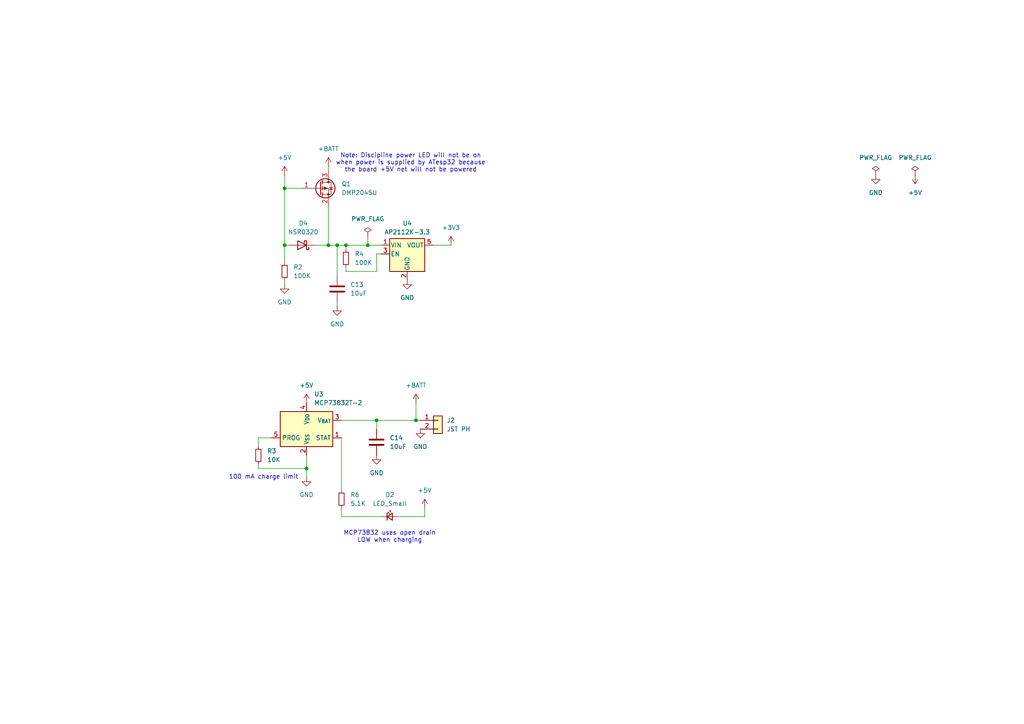
<source format=kicad_sch>
(kicad_sch (version 20231120) (generator "eeschema") (generator_version "8.0")
  (paper "A4")
  (lib_symbols
    (symbol "Battery_Management:MCP73831-2-OT"
      (property "Reference" "U" (at -7.62 6.35 0))
      (property "Value" "MCP73831-2-OT" (at 1.27 6.35 0))
      (symbol "MCP73831-2-OT_0_1"
        (rectangle (start -7.62 5.08) (end 7.62 -5.08) (stroke (width 0.254)) (fill (type background)))
      )
      (symbol "MCP73831-2-OT_1_1"
        (pin tri_state line (at 10.16 -2.54 180) (length 2.54) (name "STAT") (number "1"))
        (pin power_in line (at 0 -7.62 90) (length 2.54) (name "V_{SS}") (number "2"))
        (pin power_out line (at 10.16 2.54 180) (length 2.54) (name "V_{BAT}") (number "3"))
        (pin power_in line (at 0 7.62 270) (length 2.54) (name "V_{DD}") (number "4"))
        (pin input line (at -10.16 -2.54 0) (length 2.54) (name "PROG") (number "5"))
      )
    )
    (symbol "Connector_Generic:Conn_01x02" (pin_names (offset 1.016) hide)
      (property "Reference" "J" (at 0 2.54 0))
      (property "Value" "Conn_01x02" (at 0 -5.08 0))
      (symbol "Conn_01x02_1_1"
        (rectangle (start -1.27 -2.413) (end 0 -2.667) (stroke (width 0.1524)))
        (rectangle (start -1.27 0.127) (end 0 -0.127) (stroke (width 0.1524)))
        (rectangle (start -1.27 1.27) (end 1.27 -3.81) (stroke (width 0.254)) (fill (type background)))
        (pin passive line (at -5.08 0 0) (length 3.81) (name "Pin_1") (number "1"))
        (pin passive line (at -5.08 -2.54 0) (length 3.81) (name "Pin_2") (number "2"))
      )
    )
    (symbol "Device:C" (pin_numbers hide) (pin_names (offset 0.254))
      (property "Reference" "C" (at 0.635 2.54 0))
      (property "Value" "C" (at 0.635 -2.54 0))
      (symbol "C_0_1"
        (polyline (pts (xy -2.032 -0.762) (xy 2.032 -0.762)) (stroke (width 0.508)))
        (polyline (pts (xy -2.032 0.762) (xy 2.032 0.762)) (stroke (width 0.508)))
      )
      (symbol "C_1_1"
        (pin passive line (at 0 3.81 270) (length 2.794) (name "~") (number "1"))
        (pin passive line (at 0 -3.81 90) (length 2.794) (name "~") (number "2"))
      )
    )
    (symbol "Device:LED_Small" (pin_numbers hide) (pin_names (offset 0.254) hide)
      (property "Reference" "D" (at -1.27 3.175 0))
      (property "Value" "LED_Small" (at -4.445 -2.54 0))
      (symbol "LED_Small_0_1"
        (polyline (pts (xy -0.762 -1.016) (xy -0.762 1.016)) (stroke (width 0.254)))
        (polyline (pts (xy 1.016 0) (xy -0.762 0)))
        (polyline (pts (xy 0.762 -1.016) (xy -0.762 0) (xy 0.762 1.016) (xy 0.762 -1.016)) (stroke (width 0.254)))
        (polyline (pts (xy 0 0.762) (xy -0.508 1.27) (xy -0.254 1.27) (xy -0.508 1.27) (xy -0.508 1.016)))
        (polyline (pts (xy 0.508 1.27) (xy 0 1.778) (xy 0.254 1.778) (xy 0 1.778) (xy 0 1.524)))
      )
      (symbol "LED_Small_1_1"
        (pin passive line (at -2.54 0 0) (length 1.778) (name "K") (number "1"))
        (pin passive line (at 2.54 0 180) (length 1.778) (name "A") (number "2"))
      )
    )
    (symbol "Device:Q_PMOS_GSD" (pin_names (offset 0) hide)
      (property "Reference" "Q" (at 5.08 1.27 0))
      (property "Value" "Q_PMOS_GSD" (at 5.08 -1.27 0))
      (symbol "Q_PMOS_GSD_0_1"
        (polyline (pts (xy 0.254 0) (xy -2.54 0)))
        (polyline (pts (xy 0.254 1.905) (xy 0.254 -1.905)) (stroke (width 0.254)))
        (polyline (pts (xy 0.762 -1.27) (xy 0.762 -2.286)) (stroke (width 0.254)))
        (polyline (pts (xy 0.762 0.508) (xy 0.762 -0.508)) (stroke (width 0.254)))
        (polyline (pts (xy 0.762 2.286) (xy 0.762 1.27)) (stroke (width 0.254)))
        (polyline (pts (xy 2.54 2.54) (xy 2.54 1.778)))
        (polyline (pts (xy 2.54 -2.54) (xy 2.54 0) (xy 0.762 0)))
        (polyline (pts (xy 0.762 1.778) (xy 3.302 1.778) (xy 3.302 -1.778) (xy 0.762 -1.778)))
        (polyline (pts (xy 2.286 0) (xy 1.27 0.381) (xy 1.27 -0.381) (xy 2.286 0)) (fill (type outline)))
        (polyline (pts (xy 2.794 -0.508) (xy 2.921 -0.381) (xy 3.683 -0.381) (xy 3.81 -0.254)))
        (polyline (pts (xy 3.302 -0.381) (xy 2.921 0.254) (xy 3.683 0.254) (xy 3.302 -0.381)))
        (circle (center 1.651 0) (radius 2.794) (stroke (width 0.254)))
        (circle (center 2.54 -1.778) (radius 0.254) (fill (type outline)))
        (circle (center 2.54 1.778) (radius 0.254) (fill (type outline)))
      )
      (symbol "Q_PMOS_GSD_1_1"
        (pin input line (at -5.08 0 0) (length 2.54) (name "G") (number "1"))
        (pin passive line (at 2.54 -5.08 90) (length 2.54) (name "S") (number "2"))
        (pin passive line (at 2.54 5.08 270) (length 2.54) (name "D") (number "3"))
      )
    )
    (symbol "Device:R_Small" (pin_numbers hide) (pin_names (offset 0.254) hide)
      (property "Reference" "R" (at 0.762 0.508 0))
      (property "Value" "R_Small" (at 0.762 -1.016 0))
      (symbol "R_Small_0_1"
        (rectangle (start -0.762 1.778) (end 0.762 -1.778) (stroke (width 0.2032)))
      )
      (symbol "R_Small_1_1"
        (pin passive line (at 0 2.54 270) (length 0.762) (name "~") (number "1"))
        (pin passive line (at 0 -2.54 90) (length 0.762) (name "~") (number "2"))
      )
    )
    (symbol "Diode:NSR0340HT1G" (pin_numbers hide) (pin_names (offset 1.016) hide)
      (property "Reference" "D" (at 0 2.54 0))
      (property "Value" "NSR0340HT1G" (at 0 -2.54 0))
      (symbol "NSR0340HT1G_0_1"
        (polyline (pts (xy 1.27 0) (xy -1.27 0)))
        (polyline (pts (xy 1.27 1.27) (xy 1.27 -1.27) (xy -1.27 0) (xy 1.27 1.27)) (stroke (width 0.254)))
        (polyline (pts (xy -1.905 0.635) (xy -1.905 1.27) (xy -1.27 1.27) (xy -1.27 -1.27) (xy -0.635 -1.27) (xy -0.635 -0.635)) (stroke (width 0.254)))
      )
      (symbol "NSR0340HT1G_1_1"
        (pin passive line (at -3.81 0 0) (length 2.54) (name "K") (number "1"))
        (pin passive line (at 3.81 0 180) (length 2.54) (name "A") (number "2"))
      )
    )
    (symbol "Regulator_Linear:AP2112K-3.3" (pin_names (offset 0.254))
      (property "Reference" "U" (at -5.08 5.715 0))
      (property "Value" "AP2112K-3.3" (at 0 5.715 0))
      (symbol "AP2112K-3.3_0_1"
        (rectangle (start -5.08 4.445) (end 5.08 -5.08) (stroke (width 0.254)) (fill (type background)))
      )
      (symbol "AP2112K-3.3_1_1"
        (pin power_in line (at -7.62 2.54 0) (length 2.54) (name "VIN") (number "1"))
        (pin power_in line (at 0 -7.62 90) (length 2.54) (name "GND") (number "2"))
        (pin input line (at -7.62 0 0) (length 2.54) (name "EN") (number "3"))
        (pin no_connect line (at 5.08 0 180) (length 2.54) hide (name "NC") (number "4"))
        (pin power_out line (at 7.62 2.54 180) (length 2.54) (name "VOUT") (number "5"))
      )
    )
    (symbol "power:+3V3" (power) (pin_numbers hide) (pin_names (offset 0) hide)
      (property "Value" "+3V3" (at 0 3.556 0))
      (symbol "+3V3_0_1"
        (polyline (pts (xy -0.762 1.27) (xy 0 2.54)))
        (polyline (pts (xy 0 0) (xy 0 2.54)))
        (polyline (pts (xy 0 2.54) (xy 0.762 1.27)))
      )
      (symbol "+3V3_1_1"
        (pin power_in line (at 0 0 90) (length 0) (name "~") (number "1"))
      )
    )
    (symbol "power:+5V" (power) (pin_numbers hide) (pin_names (offset 0) hide)
      (property "Value" "+5V" (at 0 3.556 0))
      (symbol "+5V_0_1"
        (polyline (pts (xy -0.762 1.27) (xy 0 2.54)))
        (polyline (pts (xy 0 0) (xy 0 2.54)))
        (polyline (pts (xy 0 2.54) (xy 0.762 1.27)))
      )
      (symbol "+5V_1_1"
        (pin power_in line (at 0 0 90) (length 0) (name "~") (number "1"))
      )
    )
    (symbol "power:+BATT" (power) (pin_numbers hide) (pin_names (offset 0) hide)
      (property "Value" "+BATT" (at 0 3.556 0))
      (symbol "+BATT_0_1"
        (polyline (pts (xy -0.762 1.27) (xy 0 2.54)))
        (polyline (pts (xy 0 0) (xy 0 2.54)))
        (polyline (pts (xy 0 2.54) (xy 0.762 1.27)))
      )
      (symbol "+BATT_1_1"
        (pin power_in line (at 0 0 90) (length 0) (name "~") (number "1"))
      )
    )
    (symbol "power:GND" (power) (pin_numbers hide) (pin_names (offset 0) hide)
      (property "Value" "GND" (at 0 -3.81 0))
      (symbol "GND_0_1"
        (polyline (pts (xy 0 0) (xy 0 -1.27) (xy 1.27 -1.27) (xy 0 -2.54) (xy -1.27 -1.27) (xy 0 -1.27)))
      )
      (symbol "GND_1_1"
        (pin power_in line (at 0 0 270) (length 0) (name "~") (number "1"))
      )
    )
    (symbol "power:PWR_FLAG" (power) (pin_numbers hide) (pin_names (offset 0) hide)
      (property "Value" "PWR_FLAG" (at 0 3.81 0))
      (symbol "PWR_FLAG_0_0"
        (pin power_out line (at 0 0 90) (length 0) (name "~") (number "1"))
      )
      (symbol "PWR_FLAG_0_1"
        (polyline (pts (xy 0 0) (xy 0 1.27) (xy -1.016 1.905) (xy 0 2.54) (xy 1.016 1.905) (xy 0 1.27)))
      )
    )
  )
  (junction (at 82.55 71.12))
  (junction (at 100.33 71.12))
  (junction (at 95.25 71.12))
  (junction (at 97.79 71.12))
  (junction (at 82.55 54.61))
  (junction (at 88.9 135.89))
  (junction (at 120.65 121.92))
  (junction (at 109.22 121.92))
  (junction (at 106.68 71.12))
  (wire (pts (xy 82.55 50.8) (xy 82.55 54.61)))
  (wire (pts (xy 100.33 71.12) (xy 100.33 72.39)))
  (wire (pts (xy 100.33 78.74) (xy 100.33 77.47)))
  (wire (pts (xy 74.93 134.62) (xy 74.93 135.89)))
  (wire (pts (xy 120.65 116.84) (xy 120.65 121.92)))
  (wire (pts (xy 91.44 71.12) (xy 95.25 71.12)))
  (wire (pts (xy 78.74 127) (xy 74.93 127)))
  (wire (pts (xy 120.65 121.92) (xy 121.92 121.92)))
  (wire (pts (xy 106.68 71.12) (xy 110.49 71.12)))
  (wire (pts (xy 99.06 147.32) (xy 99.06 149.86)))
  (wire (pts (xy 109.22 73.66) (xy 110.49 73.66)))
  (wire (pts (xy 109.22 78.74) (xy 109.22 73.66)))
  (wire (pts (xy 109.22 121.92) (xy 120.65 121.92)))
  (wire (pts (xy 82.55 81.28) (xy 82.55 82.55)))
  (wire (pts (xy 109.22 124.46) (xy 109.22 121.92)))
  (wire (pts (xy 97.79 71.12) (xy 100.33 71.12)))
  (wire (pts (xy 95.25 48.26) (xy 95.25 49.53)))
  (wire (pts (xy 97.79 71.12) (xy 97.79 80.01)))
  (wire (pts (xy 82.55 71.12) (xy 83.82 71.12)))
  (wire (pts (xy 100.33 71.12) (xy 106.68 71.12)))
  (wire (pts (xy 82.55 71.12) (xy 82.55 76.2)))
  (wire (pts (xy 106.68 68.58) (xy 106.68 71.12)))
  (wire (pts (xy 74.93 127) (xy 74.93 129.54)))
  (wire (pts (xy 100.33 78.74) (xy 109.22 78.74)))
  (wire (pts (xy 82.55 54.61) (xy 82.55 71.12)))
  (wire (pts (xy 99.06 127) (xy 99.06 142.24)))
  (wire (pts (xy 74.93 135.89) (xy 88.9 135.89)))
  (wire (pts (xy 115.57 149.86) (xy 123.19 149.86)))
  (wire (pts (xy 88.9 138.43) (xy 88.9 135.89)))
  (wire (pts (xy 99.06 149.86) (xy 110.49 149.86)))
  (wire (pts (xy 97.79 87.63) (xy 97.79 88.9)))
  (wire (pts (xy 123.19 149.86) (xy 123.19 147.32)))
  (wire (pts (xy 82.55 54.61) (xy 87.63 54.61)))
  (wire (pts (xy 95.25 59.69) (xy 95.25 71.12)))
  (wire (pts (xy 88.9 135.89) (xy 88.9 132.08)))
  (wire (pts (xy 125.73 71.12) (xy 130.81 71.12)))
  (wire (pts (xy 99.06 121.92) (xy 109.22 121.92)))
  (wire (pts (xy 95.25 71.12) (xy 97.79 71.12)))
  (text "100 mA charge limit" (at 76.454 138.43 0) (effects (font (size 1.27 1.27))))
  (text "Note: Discipline power LED will not be on\nwhen power is supplied by ATesp32 because\nthe board +5V net will not be powered" (at 119.126 47.244 0) (effects (font (size 1.27 1.27))))
  (text "MCP73832 uses open drain\nLOW when charging" (at 113.03 155.702 0) (effects (font (size 1.27 1.27))))
  (symbol (lib_id "Device:LED_Small") (at 113.03 149.86 0) (unit 1)
    (property "Reference" "D2" (at 113.0935 143.51 0))
    (property "Value" "LED_Small" (at 113.0935 146.05 0))
    (property "Footprint" "LED_SMD:LED_0402_1005Metric" (effects (hide yes)))
    (property "Description" "Light emitting diode, small symbol" (effects (hide yes)))
    (property "LCSC" "C510300" (effects (hide yes)))
    (property "DigiKey" "SML-P11UTT86RCT-ND" (effects (hide yes)))
  )
  (symbol (lib_id "Device:C") (at 97.79 83.82 0) (unit 1)
    (property "Reference" "C13" (at 101.6 82.5499 0) (effects (justify left)))
    (property "Value" "10uF" (at 101.6 85.0899 0) (effects (justify left)))
    (property "Footprint" "Capacitor_SMD:C_0402_1005Metric" (effects (hide yes)))
    (property "Description" "Unpolarized capacitor" (effects (hide yes)))
    (property "LCSC" "C315248" (effects (hide yes)))
    (property "DigiKey" "1276-1450-1-ND" (effects (hide yes)))
  )
  (symbol (lib_id "power:+5V") (at 82.55 50.8 0) (unit 1)
    (property "Reference" "#PWR02" (effects (hide yes)))
    (property "Value" "+5V" (at 82.55 45.72 0))
    (property "Description" "Power symbol creates a global label with name \"+5V\"" (effects (hide yes)))
  )
  (symbol (lib_id "Regulator_Linear:AP2112K-3.3") (at 118.11 73.66 0) (unit 1)
    (property "Reference" "U4" (at 118.11 64.77 0))
    (property "Value" "AP2112K-3.3" (at 118.11 67.31 0))
    (property "Footprint" "Package_TO_SOT_SMD:SOT-23-5" (effects (hide yes)))
    (property "Datasheet" "https://www.diodes.com/assets/Datasheets/AP2112.pdf" (effects (hide yes)))
    (property "Description" "600mA low dropout linear regulator, with enable pin, 3.8V-6V input voltage range, 3.3V fixed positive output, SOT-23-5" (effects (hide yes)))
    (property "LCSC" "C51118" (effects (hide yes)))
    (property "DigiKey" "AP2112K-3.3TRG1DICT-ND" (effects (hide yes)))
  )
  (symbol (lib_id "power:GND") (at 109.22 132.08 0) (unit 1)
    (property "Reference" "#PWR031" (effects (hide yes)))
    (property "Value" "GND" (at 109.22 137.16 0))
    (property "Description" "Power symbol creates a global label with name \"GND\" , ground" (effects (hide yes)))
  )
  (symbol (lib_id "power:GND") (at 254 50.8 0) (unit 1)
    (property "Reference" "#PWR038" (effects (hide yes)))
    (property "Value" "GND" (at 254 55.88 0))
    (property "Description" "Power symbol creates a global label with name \"GND\" , ground" (effects (hide yes)))
  )
  (symbol (lib_id "Device:C") (at 109.22 128.27 0) (unit 1)
    (property "Reference" "C14" (at 113.03 126.9999 0) (effects (justify left)))
    (property "Value" "10uF" (at 113.03 129.5399 0) (effects (justify left)))
    (property "Footprint" "Capacitor_SMD:C_0402_1005Metric" (effects (hide yes)))
    (property "Description" "Unpolarized capacitor" (effects (hide yes)))
    (property "LCSC" "C315248" (effects (hide yes)))
    (property "DigiKey" "1276-1450-1-ND" (effects (hide yes)))
  )
  (symbol (lib_id "Device:R_Small") (at 99.06 144.78 0) (unit 1)
    (property "Reference" "R6" (at 101.6 143.5099 0) (effects (justify left)))
    (property "Value" "5.1K" (at 101.6 146.0499 0) (effects (justify left)))
    (property "Footprint" "Resistor_SMD:R_0402_1005Metric" (effects (hide yes)))
    (property "Description" "Resistor, small symbol" (effects (hide yes)))
    (property "LCSC" "C25905" (effects (hide yes)))
  )
  (symbol (lib_id "power:PWR_FLAG") (at 106.68 68.58 0) (unit 1)
    (property "Reference" "#FLG04" (effects (hide yes)))
    (property "Value" "PWR_FLAG" (at 106.68 63.5 0))
    (property "Description" "Special symbol for telling ERC where power comes from" (effects (hide yes)))
  )
  (symbol (lib_id "Battery_Management:MCP73831-2-OT") (at 88.9 124.46 0) (unit 1)
    (property "Reference" "U3" (at 91.0941 114.3 0) (effects (justify left)))
    (property "Value" "MCP73832T-2" (at 91.0941 116.84 0) (effects (justify left)))
    (property "Footprint" "Package_TO_SOT_SMD:SOT-23-5" (effects (hide yes)))
    (property "Datasheet" "http://ww1.microchip.com/downloads/en/DeviceDoc/20001984g.pdf" (effects (hide yes)))
    (property "Description" "Single cell, Li-Ion/Li-Po charge management controller, 4.20V, Tri-State Status Output, in SOT23-5 package" (effects (hide yes)))
    (property "LCSC" "C38066" (effects (hide yes)))
    (property "DigiKey" "MCP73832T-2ACI/OTCT-ND" (effects (hide yes)))
  )
  (symbol (lib_id "Device:R_Small") (at 74.93 132.08 0) (unit 1)
    (property "Reference" "R3" (at 77.47 130.8099 0) (effects (justify left)))
    (property "Value" "10K" (at 77.47 133.3499 0) (effects (justify left)))
    (property "Footprint" "Resistor_SMD:R_0402_1005Metric" (effects (hide yes)))
    (property "Description" "Resistor, small symbol" (effects (hide yes)))
    (property "LCSC" "C25744" (effects (hide yes)))
  )
  (symbol (lib_id "Device:Q_PMOS_GSD") (at 92.71 54.61 0) (unit 1)
    (property "Reference" "Q1" (at 99.06 53.3399 0) (effects (justify left)))
    (property "Value" "DMP2045U" (at 99.06 55.8799 0) (effects (justify left)))
    (property "Footprint" "Package_TO_SOT_SMD:SOT-23" (effects (hide yes)))
    (property "Datasheet" "https://www.diodes.com/assets/Datasheets/DMP2045U.pdf" (effects (hide yes)))
    (property "Description" "P-MOSFET transistor, gate/source/drain" (effects (hide yes)))
    (property "LCSC" "C459541" (effects (hide yes)))
  )
  (symbol (lib_id "power:+3V3") (at 130.81 71.12 0) (unit 1)
    (property "Reference" "#PWR030" (effects (hide yes)))
    (property "Value" "+3V3" (at 130.81 66.04 0))
    (property "Description" "Power symbol creates a global label with name \"+3V3\"" (effects (hide yes)))
  )
  (symbol (lib_id "power:GND") (at 88.9 138.43 0) (unit 1)
    (property "Reference" "#PWR027" (effects (hide yes)))
    (property "Value" "GND" (at 88.9 143.51 0))
    (property "Description" "Power symbol creates a global label with name \"GND\" , ground" (effects (hide yes)))
  )
  (symbol (lib_id "power:+5V") (at 88.9 116.84 0) (unit 1)
    (property "Reference" "#PWR037" (effects (hide yes)))
    (property "Value" "+5V" (at 88.9 111.76 0))
    (property "Description" "Power symbol creates a global label with name \"+5V\"" (effects (hide yes)))
  )
  (symbol (lib_id "power:PWR_FLAG") (at 254 50.8 0) (unit 1)
    (property "Reference" "#FLG02" (effects (hide yes)))
    (property "Value" "PWR_FLAG" (at 254 45.72 0))
    (property "Description" "Special symbol for telling ERC where power comes from" (effects (hide yes)))
  )
  (symbol (lib_id "Device:R_Small") (at 100.33 74.93 0) (unit 1)
    (property "Reference" "R4" (at 102.87 73.6599 0) (effects (justify left)))
    (property "Value" "100K" (at 102.87 76.1999 0) (effects (justify left)))
    (property "Footprint" "Resistor_SMD:R_0402_1005Metric" (effects (hide yes)))
    (property "Description" "Resistor, small symbol" (effects (hide yes)))
    (property "LCSC" "C25741" (effects (hide yes)))
  )
  (symbol (lib_id "power:+BATT") (at 120.65 116.84 0) (unit 1)
    (property "Reference" "#PWR026" (effects (hide yes)))
    (property "Value" "+BATT" (at 120.65 111.76 0))
    (property "Description" "Power symbol creates a global label with name \"+BATT\"" (effects (hide yes)))
  )
  (symbol (lib_id "power:+5V") (at 265.43 50.8 180) (unit 1)
    (property "Reference" "#PWR013" (effects (hide yes)))
    (property "Value" "+5V" (at 265.43 55.88 0))
    (property "Description" "Power symbol creates a global label with name \"+5V\"" (effects (hide yes)))
  )
  (symbol (lib_id "Device:R_Small") (at 82.55 78.74 180) (unit 1)
    (property "Reference" "R2" (at 85.09 77.4699 0) (effects (justify right)))
    (property "Value" "100K" (at 85.09 80.0099 0) (effects (justify right)))
    (property "Footprint" "Resistor_SMD:R_0402_1005Metric" (effects (hide yes)))
    (property "Description" "Resistor, small symbol" (effects (hide yes)))
    (property "LCSC" "C25741" (effects (hide yes)))
  )
  (symbol (lib_id "power:GND") (at 97.79 88.9 0) (unit 1)
    (property "Reference" "#PWR025" (effects (hide yes)))
    (property "Value" "GND" (at 97.79 93.98 0))
    (property "Description" "Power symbol creates a global label with name \"GND\" , ground" (effects (hide yes)))
  )
  (symbol (lib_id "power:GND") (at 82.55 82.55 0) (unit 1)
    (property "Reference" "#PWR03" (effects (hide yes)))
    (property "Value" "GND" (at 82.55 87.63 0))
    (property "Description" "Power symbol creates a global label with name \"GND\" , ground" (effects (hide yes)))
  )
  (symbol (lib_id "Connector_Generic:Conn_01x02") (at 127 121.92 0) (unit 1)
    (property "Reference" "J2" (at 129.54 121.9199 0) (effects (justify left)))
    (property "Value" "JST PH" (at 129.54 124.4599 0) (effects (justify left)))
    (property "Footprint" "Connector_JST:JST_PH_S2B-PH-SM4-TB_1x02-1MP_P2.00mm_Horizontal" (effects (hide yes)))
    (property "Description" "Generic connector, single row, 01x02, script generated (kicad-library-utils/schlib/autogen/connector/)" (effects (hide yes)))
    (property "LCSC" "C295747" (effects (hide yes)))
  )
  (symbol (lib_id "power:+5V") (at 123.19 147.32 0) (unit 1)
    (property "Reference" "#PWR011" (effects (hide yes)))
    (property "Value" "+5V" (at 123.19 142.24 0))
    (property "Description" "Power symbol creates a global label with name \"+5V\"" (effects (hide yes)))
  )
  (symbol (lib_id "power:+BATT") (at 95.25 48.26 0) (unit 1)
    (property "Reference" "#PWR04" (effects (hide yes)))
    (property "Value" "+BATT" (at 95.25 43.18 0))
    (property "Description" "Power symbol creates a global label with name \"+BATT\"" (effects (hide yes)))
  )
  (symbol (lib_id "power:GND") (at 118.11 81.28 0) (unit 1)
    (property "Reference" "#PWR028" (effects (hide yes)))
    (property "Value" "GND" (at 118.11 86.36 0))
    (property "Description" "Power symbol creates a global label with name \"GND\" , ground" (effects (hide yes)))
  )
  (symbol (lib_id "power:PWR_FLAG") (at 265.43 50.8 0) (unit 1)
    (property "Reference" "#FLG03" (effects (hide yes)))
    (property "Value" "PWR_FLAG" (at 265.43 45.72 0))
    (property "Description" "Special symbol for telling ERC where power comes from" (effects (hide yes)))
  )
  (symbol (lib_id "power:GND") (at 121.92 124.46 0) (unit 1)
    (property "Reference" "#PWR034" (effects (hide yes)))
    (property "Value" "GND" (at 121.92 129.54 0))
    (property "Description" "Power symbol creates a global label with name \"GND\" , ground" (effects (hide yes)))
  )
  (symbol (lib_id "Diode:NSR0340HT1G") (at 87.63 71.12 180) (unit 1)
    (property "Reference" "D4" (at 87.9475 64.77 0))
    (property "Value" "NSR0320" (at 87.9475 67.31 0))
    (property "Footprint" "Diode_SMD:D_SOD-323" (effects (hide yes)))
    (property "Datasheet" "https://www.onsemi.com/pdf/datasheet/nsr0320mw2t1-d.pdf" (effects (hide yes)))
    (property "Description" "20V 1A Schottky Diode, SOD-323" (effects (hide yes)))
    (property "LCSC" "C48192" (effects (hide yes)))
    (property "DigiKey" "NSR0320MW2T1GOSCT-ND" (effects (hide yes)))
  )
)
</source>
